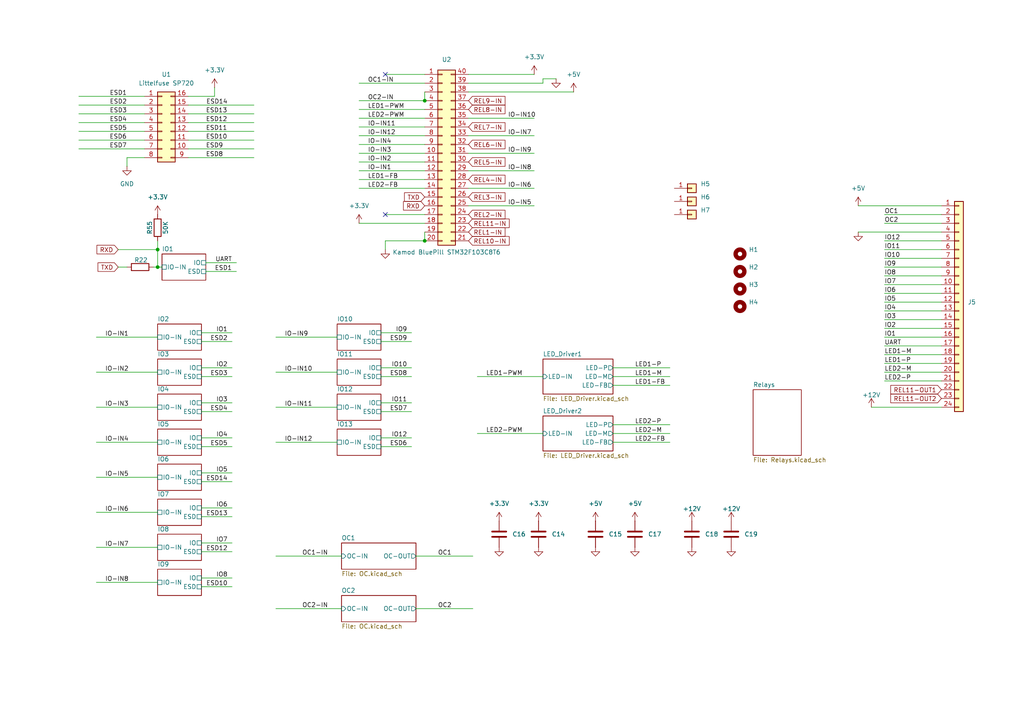
<source format=kicad_sch>
(kicad_sch (version 20250114) (generator "eeschema") (generator_version "9.0")
  (paper "A4")
  (lib_symbols
    (symbol "Connector_Generic:Conn_01x01" (pin_names (offset 1.016) (hide yes))
      (property "Reference" "J" (at 0 2.54 0))
      (property "Value" "Conn_01x01" (at 0 -2.54 0))
      (symbol "Conn_01x01_1_1"
        (rectangle (start -1.27 1.27) (end 1.27 -1.27) (stroke (width 0.254)) (fill (type background)))
        (rectangle (start -1.27 0.127) (end 0 -0.127) (stroke (width 0.1524)))
        (pin passive line (at -5.08 0 0) (length 3.81) (name "Pin_1") (number "1"))
      )
    )
    (symbol "Connector_Generic:Conn_01x24" (pin_names (offset 1.016) (hide yes))
      (property "Reference" "J" (at 0 30.48 0))
      (property "Value" "Conn_01x24" (at 0 -33.02 0))
      (symbol "Conn_01x24_1_1"
        (rectangle (start -1.27 29.21) (end 1.27 -31.75) (stroke (width 0.254)) (fill (type background)))
        (rectangle (start -1.27 28.067) (end 0 27.813) (stroke (width 0.1524)))
        (rectangle (start -1.27 25.527) (end 0 25.273) (stroke (width 0.1524)))
        (rectangle (start -1.27 22.987) (end 0 22.733) (stroke (width 0.1524)))
        (rectangle (start -1.27 20.447) (end 0 20.193) (stroke (width 0.1524)))
        (rectangle (start -1.27 17.907) (end 0 17.653) (stroke (width 0.1524)))
        (rectangle (start -1.27 15.367) (end 0 15.113) (stroke (width 0.1524)))
        (rectangle (start -1.27 12.827) (end 0 12.573) (stroke (width 0.1524)))
        (rectangle (start -1.27 10.287) (end 0 10.033) (stroke (width 0.1524)))
        (rectangle (start -1.27 7.747) (end 0 7.493) (stroke (width 0.1524)))
        (rectangle (start -1.27 5.207) (end 0 4.953) (stroke (width 0.1524)))
        (rectangle (start -1.27 2.667) (end 0 2.413) (stroke (width 0.1524)))
        (rectangle (start -1.27 0.127) (end 0 -0.127) (stroke (width 0.1524)))
        (rectangle (start -1.27 -2.413) (end 0 -2.667) (stroke (width 0.1524)))
        (rectangle (start -1.27 -4.953) (end 0 -5.207) (stroke (width 0.1524)))
        (rectangle (start -1.27 -7.493) (end 0 -7.747) (stroke (width 0.1524)))
        (rectangle (start -1.27 -10.033) (end 0 -10.287) (stroke (width 0.1524)))
        (rectangle (start -1.27 -12.573) (end 0 -12.827) (stroke (width 0.1524)))
        (rectangle (start -1.27 -15.113) (end 0 -15.367) (stroke (width 0.1524)))
        (rectangle (start -1.27 -17.653) (end 0 -17.907) (stroke (width 0.1524)))
        (rectangle (start -1.27 -20.193) (end 0 -20.447) (stroke (width 0.1524)))
        (rectangle (start -1.27 -22.733) (end 0 -22.987) (stroke (width 0.1524)))
        (rectangle (start -1.27 -25.273) (end 0 -25.527) (stroke (width 0.1524)))
        (rectangle (start -1.27 -27.813) (end 0 -28.067) (stroke (width 0.1524)))
        (rectangle (start -1.27 -30.353) (end 0 -30.607) (stroke (width 0.1524)))
        (pin passive line (at -5.08 27.94 0) (length 3.81) (name "Pin_1") (number "1"))
        (pin passive line (at -5.08 25.4 0) (length 3.81) (name "Pin_2") (number "2"))
        (pin passive line (at -5.08 22.86 0) (length 3.81) (name "Pin_3") (number "3"))
        (pin passive line (at -5.08 20.32 0) (length 3.81) (name "Pin_4") (number "4"))
        (pin passive line (at -5.08 17.78 0) (length 3.81) (name "Pin_5") (number "5"))
        (pin passive line (at -5.08 15.24 0) (length 3.81) (name "Pin_6") (number "6"))
        (pin passive line (at -5.08 12.7 0) (length 3.81) (name "Pin_7") (number "7"))
        (pin passive line (at -5.08 10.16 0) (length 3.81) (name "Pin_8") (number "8"))
        (pin passive line (at -5.08 7.62 0) (length 3.81) (name "Pin_9") (number "9"))
        (pin passive line (at -5.08 5.08 0) (length 3.81) (name "Pin_10") (number "10"))
        (pin passive line (at -5.08 2.54 0) (length 3.81) (name "Pin_11") (number "11"))
        (pin passive line (at -5.08 0 0) (length 3.81) (name "Pin_12") (number "12"))
        (pin passive line (at -5.08 -2.54 0) (length 3.81) (name "Pin_13") (number "13"))
        (pin passive line (at -5.08 -5.08 0) (length 3.81) (name "Pin_14") (number "14"))
        (pin passive line (at -5.08 -7.62 0) (length 3.81) (name "Pin_15") (number "15"))
        (pin passive line (at -5.08 -10.16 0) (length 3.81) (name "Pin_16") (number "16"))
        (pin passive line (at -5.08 -12.7 0) (length 3.81) (name "Pin_17") (number "17"))
        (pin passive line (at -5.08 -15.24 0) (length 3.81) (name "Pin_18") (number "18"))
        (pin passive line (at -5.08 -17.78 0) (length 3.81) (name "Pin_19") (number "19"))
        (pin passive line (at -5.08 -20.32 0) (length 3.81) (name "Pin_20") (number "20"))
        (pin passive line (at -5.08 -22.86 0) (length 3.81) (name "Pin_21") (number "21"))
        (pin passive line (at -5.08 -25.4 0) (length 3.81) (name "Pin_22") (number "22"))
        (pin passive line (at -5.08 -27.94 0) (length 3.81) (name "Pin_23") (number "23"))
        (pin passive line (at -5.08 -30.48 0) (length 3.81) (name "Pin_24") (number "24"))
      )
    )
    (symbol "Connector_Generic:Conn_02x08_Counter_Clockwise" (pin_names (offset 1.016) (hide yes))
      (property "Reference" "J" (at 1.27 10.16 0))
      (property "Value" "Conn_02x08_Counter_Clockwise" (at 1.27 -12.7 0))
      (symbol "Conn_02x08_Counter_Clockwise_1_1"
        (rectangle (start -1.27 8.89) (end 3.81 -11.43) (stroke (width 0.254)) (fill (type background)))
        (rectangle (start -1.27 7.747) (end 0 7.493) (stroke (width 0.1524)))
        (rectangle (start -1.27 5.207) (end 0 4.953) (stroke (width 0.1524)))
        (rectangle (start -1.27 2.667) (end 0 2.413) (stroke (width 0.1524)))
        (rectangle (start -1.27 0.127) (end 0 -0.127) (stroke (width 0.1524)))
        (rectangle (start -1.27 -2.413) (end 0 -2.667) (stroke (width 0.1524)))
        (rectangle (start -1.27 -4.953) (end 0 -5.207) (stroke (width 0.1524)))
        (rectangle (start -1.27 -7.493) (end 0 -7.747) (stroke (width 0.1524)))
        (rectangle (start -1.27 -10.033) (end 0 -10.287) (stroke (width 0.1524)))
        (rectangle (start 3.81 7.747) (end 2.54 7.493) (stroke (width 0.1524)))
        (rectangle (start 3.81 5.207) (end 2.54 4.953) (stroke (width 0.1524)))
        (rectangle (start 3.81 2.667) (end 2.54 2.413) (stroke (width 0.1524)))
        (rectangle (start 3.81 0.127) (end 2.54 -0.127) (stroke (width 0.1524)))
        (rectangle (start 3.81 -2.413) (end 2.54 -2.667) (stroke (width 0.1524)))
        (rectangle (start 3.81 -4.953) (end 2.54 -5.207) (stroke (width 0.1524)))
        (rectangle (start 3.81 -7.493) (end 2.54 -7.747) (stroke (width 0.1524)))
        (rectangle (start 3.81 -10.033) (end 2.54 -10.287) (stroke (width 0.1524)))
        (pin passive line (at -5.08 7.62 0) (length 3.81) (name "Pin_1") (number "1"))
        (pin passive line (at -5.08 5.08 0) (length 3.81) (name "Pin_2") (number "2"))
        (pin passive line (at -5.08 2.54 0) (length 3.81) (name "Pin_3") (number "3"))
        (pin passive line (at -5.08 0 0) (length 3.81) (name "Pin_4") (number "4"))
        (pin passive line (at -5.08 -2.54 0) (length 3.81) (name "Pin_5") (number "5"))
        (pin passive line (at -5.08 -5.08 0) (length 3.81) (name "Pin_6") (number "6"))
        (pin passive line (at -5.08 -7.62 0) (length 3.81) (name "Pin_7") (number "7"))
        (pin passive line (at -5.08 -10.16 0) (length 3.81) (name "Pin_8") (number "8"))
        (pin passive line (at 7.62 7.62 180) (length 3.81) (name "Pin_16") (number "16"))
        (pin passive line (at 7.62 5.08 180) (length 3.81) (name "Pin_15") (number "15"))
        (pin passive line (at 7.62 2.54 180) (length 3.81) (name "Pin_14") (number "14"))
        (pin passive line (at 7.62 0 180) (length 3.81) (name "Pin_13") (number "13"))
        (pin passive line (at 7.62 -2.54 180) (length 3.81) (name "Pin_12") (number "12"))
        (pin passive line (at 7.62 -5.08 180) (length 3.81) (name "Pin_11") (number "11"))
        (pin passive line (at 7.62 -7.62 180) (length 3.81) (name "Pin_10") (number "10"))
        (pin passive line (at 7.62 -10.16 180) (length 3.81) (name "Pin_9") (number "9"))
      )
    )
    (symbol "Connector_Generic:Conn_02x20_Counter_Clockwise" (pin_names (offset 1.016) (hide yes))
      (property "Reference" "J" (at 1.27 25.4 0))
      (property "Value" "Conn_02x20_Counter_Clockwise" (at 1.27 -27.94 0))
      (symbol "Conn_02x20_Counter_Clockwise_1_1"
        (rectangle (start -1.27 24.13) (end 3.81 -26.67) (stroke (width 0.254)) (fill (type background)))
        (rectangle (start -1.27 22.987) (end 0 22.733) (stroke (width 0.1524)))
        (rectangle (start -1.27 20.447) (end 0 20.193) (stroke (width 0.1524)))
        (rectangle (start -1.27 17.907) (end 0 17.653) (stroke (width 0.1524)))
        (rectangle (start -1.27 15.367) (end 0 15.113) (stroke (width 0.1524)))
        (rectangle (start -1.27 12.827) (end 0 12.573) (stroke (width 0.1524)))
        (rectangle (start -1.27 10.287) (end 0 10.033) (stroke (width 0.1524)))
        (rectangle (start -1.27 7.747) (end 0 7.493) (stroke (width 0.1524)))
        (rectangle (start -1.27 5.207) (end 0 4.953) (stroke (width 0.1524)))
        (rectangle (start -1.27 2.667) (end 0 2.413) (stroke (width 0.1524)))
        (rectangle (start -1.27 0.127) (end 0 -0.127) (stroke (width 0.1524)))
        (rectangle (start -1.27 -2.413) (end 0 -2.667) (stroke (width 0.1524)))
        (rectangle (start -1.27 -4.953) (end 0 -5.207) (stroke (width 0.1524)))
        (rectangle (start -1.27 -7.493) (end 0 -7.747) (stroke (width 0.1524)))
        (rectangle (start -1.27 -10.033) (end 0 -10.287) (stroke (width 0.1524)))
        (rectangle (start -1.27 -12.573) (end 0 -12.827) (stroke (width 0.1524)))
        (rectangle (start -1.27 -15.113) (end 0 -15.367) (stroke (width 0.1524)))
        (rectangle (start -1.27 -17.653) (end 0 -17.907) (stroke (width 0.1524)))
        (rectangle (start -1.27 -20.193) (end 0 -20.447) (stroke (width 0.1524)))
        (rectangle (start -1.27 -22.733) (end 0 -22.987) (stroke (width 0.1524)))
        (rectangle (start -1.27 -25.273) (end 0 -25.527) (stroke (width 0.1524)))
        (rectangle (start 3.81 22.987) (end 2.54 22.733) (stroke (width 0.1524)))
        (rectangle (start 3.81 20.447) (end 2.54 20.193) (stroke (width 0.1524)))
        (rectangle (start 3.81 17.907) (end 2.54 17.653) (stroke (width 0.1524)))
        (rectangle (start 3.81 15.367) (end 2.54 15.113) (stroke (width 0.1524)))
        (rectangle (start 3.81 12.827) (end 2.54 12.573) (stroke (width 0.1524)))
        (rectangle (start 3.81 10.287) (end 2.54 10.033) (stroke (width 0.1524)))
        (rectangle (start 3.81 7.747) (end 2.54 7.493) (stroke (width 0.1524)))
        (rectangle (start 3.81 5.207) (end 2.54 4.953) (stroke (width 0.1524)))
        (rectangle (start 3.81 2.667) (end 2.54 2.413) (stroke (width 0.1524)))
        (rectangle (start 3.81 0.127) (end 2.54 -0.127) (stroke (width 0.1524)))
        (rectangle (start 3.81 -2.413) (end 2.54 -2.667) (stroke (width 0.1524)))
        (rectangle (start 3.81 -4.953) (end 2.54 -5.207) (stroke (width 0.1524)))
        (rectangle (start 3.81 -7.493) (end 2.54 -7.747) (stroke (width 0.1524)))
        (rectangle (start 3.81 -10.033) (end 2.54 -10.287) (stroke (width 0.1524)))
        (rectangle (start 3.81 -12.573) (end 2.54 -12.827) (stroke (width 0.1524)))
        (rectangle (start 3.81 -15.113) (end 2.54 -15.367) (stroke (width 0.1524)))
        (rectangle (start 3.81 -17.653) (end 2.54 -17.907) (stroke (width 0.1524)))
        (rectangle (start 3.81 -20.193) (end 2.54 -20.447) (stroke (width 0.1524)))
        (rectangle (start 3.81 -22.733) (end 2.54 -22.987) (stroke (width 0.1524)))
        (rectangle (start 3.81 -25.273) (end 2.54 -25.527) (stroke (width 0.1524)))
        (pin passive line (at -5.08 22.86 0) (length 3.81) (name "Pin_1") (number "1"))
        (pin passive line (at -5.08 20.32 0) (length 3.81) (name "Pin_2") (number "2"))
        (pin passive line (at -5.08 17.78 0) (length 3.81) (name "Pin_3") (number "3"))
        (pin passive line (at -5.08 15.24 0) (length 3.81) (name "Pin_4") (number "4"))
        (pin passive line (at -5.08 12.7 0) (length 3.81) (name "Pin_5") (number "5"))
        (pin passive line (at -5.08 10.16 0) (length 3.81) (name "Pin_6") (number "6"))
        (pin passive line (at -5.08 7.62 0) (length 3.81) (name "Pin_7") (number "7"))
        (pin passive line (at -5.08 5.08 0) (length 3.81) (name "Pin_8") (number "8"))
        (pin passive line (at -5.08 2.54 0) (length 3.81) (name "Pin_9") (number "9"))
        (pin passive line (at -5.08 0 0) (length 3.81) (name "Pin_10") (number "10"))
        (pin passive line (at -5.08 -2.54 0) (length 3.81) (name "Pin_11") (number "11"))
        (pin passive line (at -5.08 -5.08 0) (length 3.81) (name "Pin_12") (number "12"))
        (pin passive line (at -5.08 -7.62 0) (length 3.81) (name "Pin_13") (number "13"))
        (pin passive line (at -5.08 -10.16 0) (length 3.81) (name "Pin_14") (number "14"))
        (pin passive line (at -5.08 -12.7 0) (length 3.81) (name "Pin_15") (number "15"))
        (pin passive line (at -5.08 -15.24 0) (length 3.81) (name "Pin_16") (number "16"))
        (pin passive line (at -5.08 -17.78 0) (length 3.81) (name "Pin_17") (number "17"))
        (pin passive line (at -5.08 -20.32 0) (length 3.81) (name "Pin_18") (number "18"))
        (pin passive line (at -5.08 -22.86 0) (length 3.81) (name "Pin_19") (number "19"))
        (pin passive line (at -5.08 -25.4 0) (length 3.81) (name "Pin_20") (number "20"))
        (pin passive line (at 7.62 22.86 180) (length 3.81) (name "Pin_40") (number "40"))
        (pin passive line (at 7.62 20.32 180) (length 3.81) (name "Pin_39") (number "39"))
        (pin passive line (at 7.62 17.78 180) (length 3.81) (name "Pin_38") (number "38"))
        (pin passive line (at 7.62 15.24 180) (length 3.81) (name "Pin_37") (number "37"))
        (pin passive line (at 7.62 12.7 180) (length 3.81) (name "Pin_36") (number "36"))
        (pin passive line (at 7.62 10.16 180) (length 3.81) (name "Pin_35") (number "35"))
        (pin passive line (at 7.62 7.62 180) (length 3.81) (name "Pin_34") (number "34"))
        (pin passive line (at 7.62 5.08 180) (length 3.81) (name "Pin_33") (number "33"))
        (pin passive line (at 7.62 2.54 180) (length 3.81) (name "Pin_32") (number "32"))
        (pin passive line (at 7.62 0 180) (length 3.81) (name "Pin_31") (number "31"))
        (pin passive line (at 7.62 -2.54 180) (length 3.81) (name "Pin_30") (number "30"))
        (pin passive line (at 7.62 -5.08 180) (length 3.81) (name "Pin_29") (number "29"))
        (pin passive line (at 7.62 -7.62 180) (length 3.81) (name "Pin_28") (number "28"))
        (pin passive line (at 7.62 -10.16 180) (length 3.81) (name "Pin_27") (number "27"))
        (pin passive line (at 7.62 -12.7 180) (length 3.81) (name "Pin_26") (number "26"))
        (pin passive line (at 7.62 -15.24 180) (length 3.81) (name "Pin_25") (number "25"))
        (pin passive line (at 7.62 -17.78 180) (length 3.81) (name "Pin_24") (number "24"))
        (pin passive line (at 7.62 -20.32 180) (length 3.81) (name "Pin_23") (number "23"))
        (pin passive line (at 7.62 -22.86 180) (length 3.81) (name "Pin_22") (number "22"))
        (pin passive line (at 7.62 -25.4 180) (length 3.81) (name "Pin_21") (number "21"))
      )
    )
    (symbol "Device:C" (pin_numbers (hide yes)) (pin_names (offset 0.254))
      (property "Reference" "C" (at 0.635 2.54 0))
      (property "Value" "C" (at 0.635 -2.54 0))
      (symbol "C_0_1"
        (polyline (pts (xy -2.032 0.762) (xy 2.032 0.762)) (stroke (width 0.508)))
        (polyline (pts (xy -2.032 -0.762) (xy 2.032 -0.762)) (stroke (width 0.508)))
      )
      (symbol "C_1_1"
        (pin passive line (at 0 3.81 270) (length 2.794) (name "~") (number "1"))
        (pin passive line (at 0 -3.81 90) (length 2.794) (name "~") (number "2"))
      )
    )
    (symbol "Device:R" (pin_numbers (hide yes)) (pin_names (offset 0))
      (property "Reference" "R" (at 2.032 0 90))
      (property "Value" "R" (at 0 0 90))
      (symbol "R_0_1"
        (rectangle (start -1.016 -2.54) (end 1.016 2.54) (stroke (width 0.254)))
      )
      (symbol "R_1_1"
        (pin passive line (at 0 3.81 270) (length 1.27) (name "~") (number "1"))
        (pin passive line (at 0 -3.81 90) (length 1.27) (name "~") (number "2"))
      )
    )
    (symbol "Mechanical:MountingHole" (pin_names (offset 1.016)) (in_bom no)
      (property "Reference" "H" (at 0 5.08 0))
      (property "Value" "MountingHole" (at 0 3.175 0))
      (symbol "MountingHole_0_1"
        (circle (center 0 0) (radius 1.27) (stroke (width 1.27)))
      )
    )
    (symbol "power:+12V" (power) (pin_numbers (hide yes)) (pin_names (offset 0) (hide yes))
      (property "Value" "+12V" (at 0 3.556 0))
      (symbol "+12V_0_1"
        (polyline (pts (xy -0.762 1.27) (xy 0 2.54)))
        (polyline (pts (xy 0 2.54) (xy 0.762 1.27)))
        (polyline (pts (xy 0 0) (xy 0 2.54)))
      )
      (symbol "+12V_1_1"
        (pin power_in line (at 0 0 90) (length 0) (name "~") (number "1"))
      )
    )
    (symbol "power:+3.3V" (power) (pin_numbers (hide yes)) (pin_names (offset 0) (hide yes))
      (property "Value" "+3.3V" (at 0 3.556 0))
      (symbol "+3.3V_0_1"
        (polyline (pts (xy -0.762 1.27) (xy 0 2.54)))
        (polyline (pts (xy 0 2.54) (xy 0.762 1.27)))
        (polyline (pts (xy 0 0) (xy 0 2.54)))
      )
      (symbol "+3.3V_1_1"
        (pin power_in line (at 0 0 90) (length 0) (name "~") (number "1"))
      )
    )
    (symbol "power:+5V" (power) (pin_numbers (hide yes)) (pin_names (offset 0) (hide yes))
      (property "Value" "+5V" (at 0 3.556 0))
      (symbol "+5V_0_1"
        (polyline (pts (xy -0.762 1.27) (xy 0 2.54)))
        (polyline (pts (xy 0 2.54) (xy 0.762 1.27)))
        (polyline (pts (xy 0 0) (xy 0 2.54)))
      )
      (symbol "+5V_1_1"
        (pin power_in line (at 0 0 90) (length 0) (name "~") (number "1"))
      )
    )
    (symbol "power:GND" (power) (pin_numbers (hide yes)) (pin_names (offset 0) (hide yes))
      (property "Value" "GND" (at 0 -3.81 0))
      (symbol "GND_0_1"
        (polyline (pts (xy 0 0) (xy 0 -1.27) (xy 1.27 -1.27) (xy 0 -2.54) (xy -1.27 -1.27) (xy 0 -1.27)))
      )
      (symbol "GND_1_1"
        (pin power_in line (at 0 0 270) (length 0) (name "~") (number "1"))
      )
    )
  )
  (junction (at 45.72 77.47))
  (junction (at 45.72 72.39))
  (junction (at 123.19 29.21))
  (junction (at 123.19 69.85))
  (no_connect (at 111.76 62.23))
  (no_connect (at 111.76 21.59))
  (wire (pts (xy 248.92 59.69) (xy 273.05 59.69)))
  (wire (pts (xy 58.42 96.52) (xy 67.31 96.52)))
  (wire (pts (xy 120.65 161.29) (xy 137.16 161.29)))
  (wire (pts (xy 27.94 138.43) (xy 45.72 138.43)))
  (wire (pts (xy 27.94 97.79) (xy 45.72 97.79)))
  (wire (pts (xy 62.23 27.94) (xy 62.23 25.4)))
  (wire (pts (xy 177.8 123.19) (xy 194.31 123.19)))
  (wire (pts (xy 80.01 107.95) (xy 97.79 107.95)))
  (wire (pts (xy 27.94 148.59) (xy 45.72 148.59)))
  (wire (pts (xy 104.14 29.21) (xy 123.19 29.21)))
  (wire (pts (xy 104.14 39.37) (xy 123.19 39.37)))
  (wire (pts (xy 157.48 24.13) (xy 135.89 24.13)))
  (wire (pts (xy 252.73 118.11) (xy 273.05 118.11)))
  (wire (pts (xy 80.01 97.79) (xy 97.79 97.79)))
  (wire (pts (xy 120.65 176.53) (xy 137.16 176.53)))
  (wire (pts (xy 157.48 22.86) (xy 157.48 24.13)))
  (wire (pts (xy 58.42 147.32) (xy 67.31 147.32)))
  (wire (pts (xy 104.14 31.75) (xy 123.19 31.75)))
  (wire (pts (xy 135.89 49.53) (xy 154.94 49.53)))
  (wire (pts (xy 256.54 102.87) (xy 273.05 102.87)))
  (wire (pts (xy 80.01 176.53) (xy 99.06 176.53)))
  (wire (pts (xy 58.42 139.7) (xy 67.31 139.7)))
  (wire (pts (xy 256.54 69.85) (xy 273.05 69.85)))
  (wire (pts (xy 256.54 87.63) (xy 273.05 87.63)))
  (wire (pts (xy 58.42 106.68) (xy 67.31 106.68)))
  (wire (pts (xy 256.54 90.17) (xy 273.05 90.17)))
  (wire (pts (xy 135.89 39.37) (xy 154.94 39.37)))
  (wire (pts (xy 256.54 105.41) (xy 273.05 105.41)))
  (wire (pts (xy 256.54 74.93) (xy 273.05 74.93)))
  (wire (pts (xy 41.91 33.02) (xy 22.86 33.02)))
  (wire (pts (xy 256.54 95.25) (xy 273.05 95.25)))
  (wire (pts (xy 135.89 59.69) (xy 154.94 59.69)))
  (wire (pts (xy 58.42 137.16) (xy 67.31 137.16)))
  (wire (pts (xy 256.54 85.09) (xy 273.05 85.09)))
  (wire (pts (xy 59.69 76.2) (xy 68.58 76.2)))
  (wire (pts (xy 41.91 45.72) (xy 36.83 45.72)))
  (wire (pts (xy 110.49 109.22) (xy 119.38 109.22)))
  (wire (pts (xy 110.49 99.06) (xy 119.38 99.06)))
  (wire (pts (xy 22.86 43.18) (xy 41.91 43.18)))
  (wire (pts (xy 104.14 44.45) (xy 123.19 44.45)))
  (wire (pts (xy 58.42 149.86) (xy 67.31 149.86)))
  (wire (pts (xy 104.14 52.07) (xy 123.19 52.07)))
  (wire (pts (xy 27.94 107.95) (xy 45.72 107.95)))
  (wire (pts (xy 111.76 21.59) (xy 123.19 21.59)))
  (wire (pts (xy 135.89 34.29) (xy 154.94 34.29)))
  (wire (pts (xy 256.54 64.77) (xy 273.05 64.77)))
  (wire (pts (xy 104.14 24.13) (xy 123.19 24.13)))
  (wire (pts (xy 256.54 72.39) (xy 273.05 72.39)))
  (wire (pts (xy 104.14 54.61) (xy 123.19 54.61)))
  (wire (pts (xy 111.76 62.23) (xy 123.19 62.23)))
  (wire (pts (xy 110.49 119.38) (xy 119.38 119.38)))
  (wire (pts (xy 177.8 109.22) (xy 194.31 109.22)))
  (wire (pts (xy 256.54 110.49) (xy 273.05 110.49)))
  (wire (pts (xy 45.72 77.47) (xy 46.99 77.47)))
  (wire (pts (xy 80.01 128.27) (xy 97.79 128.27)))
  (wire (pts (xy 256.54 80.01) (xy 273.05 80.01)))
  (wire (pts (xy 177.8 128.27) (xy 194.31 128.27)))
  (wire (pts (xy 54.61 38.1) (xy 73.66 38.1)))
  (wire (pts (xy 256.54 107.95) (xy 273.05 107.95)))
  (wire (pts (xy 104.14 34.29) (xy 123.19 34.29)))
  (wire (pts (xy 177.8 106.68) (xy 194.31 106.68)))
  (wire (pts (xy 110.49 96.52) (xy 119.38 96.52)))
  (wire (pts (xy 34.29 77.47) (xy 36.83 77.47)))
  (wire (pts (xy 45.72 72.39) (xy 45.72 77.47)))
  (wire (pts (xy 41.91 30.48) (xy 22.86 30.48)))
  (wire (pts (xy 27.94 118.11) (xy 45.72 118.11)))
  (wire (pts (xy 248.92 67.31) (xy 273.05 67.31)))
  (wire (pts (xy 73.66 30.48) (xy 54.61 30.48)))
  (wire (pts (xy 54.61 35.56) (xy 73.66 35.56)))
  (wire (pts (xy 135.89 54.61) (xy 154.94 54.61)))
  (wire (pts (xy 45.72 69.85) (xy 45.72 72.39)))
  (wire (pts (xy 256.54 82.55) (xy 273.05 82.55)))
  (wire (pts (xy 54.61 33.02) (xy 73.66 33.02)))
  (wire (pts (xy 58.42 127) (xy 67.31 127)))
  (wire (pts (xy 58.42 157.48) (xy 67.31 157.48)))
  (wire (pts (xy 41.91 27.94) (xy 22.86 27.94)))
  (wire (pts (xy 36.83 45.72) (xy 36.83 48.26)))
  (wire (pts (xy 54.61 40.64) (xy 73.66 40.64)))
  (wire (pts (xy 256.54 62.23) (xy 273.05 62.23)))
  (wire (pts (xy 110.49 129.54) (xy 119.38 129.54)))
  (wire (pts (xy 44.45 77.47) (xy 45.72 77.47)))
  (wire (pts (xy 123.19 29.21) (xy 123.19 26.67)))
  (wire (pts (xy 135.89 44.45) (xy 154.94 44.45)))
  (wire (pts (xy 104.14 64.77) (xy 123.19 64.77)))
  (wire (pts (xy 104.14 41.91) (xy 123.19 41.91)))
  (wire (pts (xy 58.42 116.84) (xy 67.31 116.84)))
  (wire (pts (xy 110.49 127) (xy 119.38 127)))
  (wire (pts (xy 22.86 40.64) (xy 41.91 40.64)))
  (wire (pts (xy 58.42 119.38) (xy 67.31 119.38)))
  (wire (pts (xy 58.42 167.64) (xy 67.31 167.64)))
  (wire (pts (xy 58.42 129.54) (xy 67.31 129.54)))
  (wire (pts (xy 80.01 161.29) (xy 99.06 161.29)))
  (wire (pts (xy 157.48 22.86) (xy 161.29 22.86)))
  (wire (pts (xy 80.01 118.11) (xy 97.79 118.11)))
  (wire (pts (xy 58.42 160.02) (xy 67.31 160.02)))
  (wire (pts (xy 54.61 27.94) (xy 62.23 27.94)))
  (wire (pts (xy 111.76 69.85) (xy 123.19 69.85)))
  (wire (pts (xy 27.94 158.75) (xy 45.72 158.75)))
  (wire (pts (xy 54.61 45.72) (xy 73.66 45.72)))
  (wire (pts (xy 104.14 36.83) (xy 123.19 36.83)))
  (wire (pts (xy 256.54 100.33) (xy 273.05 100.33)))
  (wire (pts (xy 34.29 72.39) (xy 45.72 72.39)))
  (wire (pts (xy 135.89 21.59) (xy 154.94 21.59)))
  (wire (pts (xy 177.8 125.73) (xy 194.31 125.73)))
  (wire (pts (xy 41.91 35.56) (xy 22.86 35.56)))
  (wire (pts (xy 110.49 106.68) (xy 119.38 106.68)))
  (wire (pts (xy 138.43 125.73) (xy 157.48 125.73)))
  (wire (pts (xy 41.91 38.1) (xy 22.86 38.1)))
  (wire (pts (xy 104.14 46.99) (xy 123.19 46.99)))
  (wire (pts (xy 104.14 49.53) (xy 123.19 49.53)))
  (wire (pts (xy 58.42 109.22) (xy 67.31 109.22)))
  (wire (pts (xy 27.94 128.27) (xy 45.72 128.27)))
  (wire (pts (xy 138.43 109.22) (xy 157.48 109.22)))
  (wire (pts (xy 123.19 67.31) (xy 123.19 69.85)))
  (wire (pts (xy 111.76 72.39) (xy 111.76 69.85)))
  (wire (pts (xy 256.54 97.79) (xy 273.05 97.79)))
  (wire (pts (xy 58.42 99.06) (xy 67.31 99.06)))
  (wire (pts (xy 256.54 77.47) (xy 273.05 77.47)))
  (wire (pts (xy 177.8 111.76) (xy 194.31 111.76)))
  (wire (pts (xy 135.89 26.67) (xy 166.37 26.67)))
  (wire (pts (xy 54.61 43.18) (xy 73.66 43.18)))
  (wire (pts (xy 59.69 78.74) (xy 68.58 78.74)))
  (wire (pts (xy 110.49 116.84) (xy 119.38 116.84)))
  (wire (pts (xy 27.94 168.91) (xy 45.72 168.91)))
  (wire (pts (xy 256.54 92.71) (xy 273.05 92.71)))
  (wire (pts (xy 58.42 170.18) (xy 67.31 170.18)))
  (label "IO-IN6" (at 147.32 54.61 0))
  (label "IO11" (at 118.11 116.84 180))
  (label "IO-IN2" (at 30.48 107.95 0))
  (label "ESD8" (at 59.69 45.72 0))
  (label "LED1-P" (at 184.15 106.68 0))
  (label "ESD3" (at 66.04 109.22 180))
  (label "IO9" (at 256.54 77.47 0))
  (label "IO8" (at 256.54 80.01 0))
  (label "IO2" (at 256.54 95.25 0))
  (label "IO1" (at 256.54 97.79 0))
  (label "IO11" (at 256.54 72.39 0))
  (label "IO3" (at 256.54 92.71 0))
  (label "IO7" (at 256.54 82.55 0))
  (label "IO5" (at 256.54 87.63 0))
  (label "IO6" (at 256.54 85.09 0))
  (label "IO10" (at 256.54 74.93 0))
  (label "IO4" (at 256.54 90.17 0))
  (label "IO12" (at 256.54 69.85 0))
  (label "IO-IN7" (at 147.32 39.37 0))
  (label "IO-IN2" (at 106.68 46.99 0))
  (label "IO-IN10" (at 147.32 34.29 0))
  (label "ESD7" (at 118.11 119.38 180))
  (label "LED2-PWM" (at 140.97 125.73 0))
  (label "ESD13" (at 66.04 149.86 180))
  (label "IO12" (at 118.11 127 180))
  (label "IO-IN10" (at 82.55 107.95 0))
  (label "IO6" (at 66.04 147.32 180))
  (label "OC1-IN" (at 87.63 161.29 0))
  (label "IO-IN12" (at 106.68 39.37 0))
  (label "ESD2" (at 36.83 30.48 180))
  (label "IO-IN8" (at 30.48 168.91 0))
  (label "OC2-IN" (at 106.68 29.21 0))
  (label "IO-IN3" (at 106.68 44.45 0))
  (label "OC2" (at 127 176.53 0))
  (label "ESD10" (at 66.04 170.18 180))
  (label "IO1" (at 66.04 96.52 180))
  (label "IO5" (at 66.04 137.16 180))
  (label "ESD13" (at 59.69 33.02 0))
  (label "IO-IN12" (at 82.55 128.27 0))
  (label "IO8" (at 66.04 167.64 180))
  (label "LED2-PWM" (at 106.68 34.29 0))
  (label "LED1-PWM" (at 106.68 31.75 0))
  (label "ESD9" (at 59.69 43.18 0))
  (label "ESD14" (at 66.04 139.7 180))
  (label "ESD12" (at 66.04 160.02 180))
  (label "ESD5" (at 66.04 129.54 180))
  (label "UART" (at 256.54 100.33 0))
  (label "LED1-P" (at 256.54 105.41 0))
  (label "LED1-M" (at 256.54 102.87 0))
  (label "LED2-P" (at 256.54 110.49 0))
  (label "LED2-M" (at 256.54 107.95 0))
  (label "OC1" (at 256.54 62.23 0))
  (label "OC2" (at 256.54 64.77 0))
  (label "IO-IN11" (at 82.55 118.11 0))
  (label "LED2-M" (at 184.15 125.73 0))
  (label "LED1-M" (at 184.15 109.22 0))
  (label "ESD6" (at 31.75 40.64 0))
  (label "OC2-IN" (at 87.63 176.53 0))
  (label "LED1-FB" (at 106.68 52.07 0))
  (label "IO-IN5" (at 147.32 59.69 0))
  (label "LED1-FB" (at 184.15 111.76 0))
  (label "IO-IN1" (at 106.68 49.53 0))
  (label "IO-IN1" (at 30.48 97.79 0))
  (label "ESD6" (at 118.11 129.54 180))
  (label "ESD10" (at 59.69 40.64 0))
  (label "IO7" (at 66.04 157.48 180))
  (label "LED2-FB" (at 184.15 128.27 0))
  (label "IO-IN11" (at 106.68 36.83 0))
  (label "IO-IN5" (at 30.48 138.43 0))
  (label "UART" (at 67.31 76.2 180))
  (label "IO9" (at 118.11 96.52 180))
  (label "IO-IN7" (at 30.48 158.75 0))
  (label "ESD8" (at 118.11 109.22 180))
  (label "IO-IN3" (at 30.48 118.11 0))
  (label "IO10" (at 118.11 106.68 180))
  (label "IO-IN8" (at 147.32 49.53 0))
  (label "ESD4" (at 36.83 35.56 180))
  (label "IO-IN6" (at 30.48 148.59 0))
  (label "ESD9" (at 118.11 99.06 180))
  (label "LED2-FB" (at 106.68 54.61 0))
  (label "ESD1" (at 36.83 27.94 180))
  (label "ESD3" (at 36.83 33.02 180))
  (label "ESD4" (at 66.04 119.38 180))
  (label "IO2" (at 66.04 106.68 180))
  (label "IO-IN4" (at 106.68 41.91 0))
  (label "IO-IN4" (at 30.48 128.27 0))
  (label "ESD5" (at 36.83 38.1 180))
  (label "ESD14" (at 66.04 30.48 180))
  (label "ESD11" (at 59.69 38.1 0))
  (label "IO-IN9" (at 82.55 97.79 0))
  (label "LED1-PWM" (at 140.97 109.22 0))
  (label "IO3" (at 66.04 116.84 180))
  (label "ESD7" (at 31.75 43.18 0))
  (label "OC1-IN" (at 106.68 24.13 0))
  (label "LED2-P" (at 184.15 123.19 0))
  (label "IO4" (at 66.04 127 180))
  (label "IO-IN9" (at 147.32 44.45 0))
  (label "OC1" (at 127 161.29 0))
  (label "ESD12" (at 59.69 35.56 0))
  (label "ESD1" (at 67.31 78.74 180))
  (label "ESD2" (at 66.04 99.06 180))
  (global_label "REL5-IN" (shape input) (at 135.89 46.99 0) (property "Intersheetrefs" "${INTERSHEET_REFS}" (effects (hide yes))))
  (global_label "REL4-IN" (shape input) (at 135.89 52.07 0) (property "Intersheetrefs" "${INTERSHEET_REFS}" (effects (hide yes))))
  (global_label "REL3-IN" (shape input) (at 135.89 57.15 0) (property "Intersheetrefs" "${INTERSHEET_REFS}" (effects (hide yes))))
  (global_label "REL2-IN" (shape input) (at 135.89 62.23 0) (property "Intersheetrefs" "${INTERSHEET_REFS}" (effects (hide yes))))
  (global_label "REL1-IN" (shape input) (at 135.89 67.31 0) (property "Intersheetrefs" "${INTERSHEET_REFS}" (effects (hide yes))))
  (global_label "REL8-IN" (shape input) (at 135.89 31.75 0) (property "Intersheetrefs" "${INTERSHEET_REFS}" (effects (hide yes))))
  (global_label "REL6-IN" (shape input) (at 135.89 41.91 0) (property "Intersheetrefs" "${INTERSHEET_REFS}" (effects (hide yes))))
  (global_label "REL7-IN" (shape input) (at 135.89 36.83 0) (property "Intersheetrefs" "${INTERSHEET_REFS}" (effects (hide yes))))
  (global_label "REL11-OUT2" (shape input) (at 273.05 115.57 180) (property "Intersheetrefs" "${INTERSHEET_REFS}" (effects (hide yes))))
  (global_label "REL9-IN" (shape input) (at 135.89 29.21 0) (property "Intersheetrefs" "${INTERSHEET_REFS}" (effects (hide yes))))
  (global_label "TXD" (shape input) (at 123.19 57.15 180) (property "Intersheetrefs" "${INTERSHEET_REFS}" (effects (hide yes))))
  (global_label "TXD" (shape input) (at 34.29 77.47 180) (property "Intersheetrefs" "${INTERSHEET_REFS}" (effects (hide yes))))
  (global_label "RXD" (shape input) (at 123.19 59.69 180) (property "Intersheetrefs" "${INTERSHEET_REFS}" (effects (hide yes))))
  (global_label "REL11-OUT1" (shape input) (at 273.05 113.03 180) (property "Intersheetrefs" "${INTERSHEET_REFS}" (effects (hide yes))))
  (global_label "REL10-IN" (shape input) (at 135.89 69.85 0) (property "Intersheetrefs" "${INTERSHEET_REFS}" (effects (hide yes))))
  (global_label "REL11-IN" (shape input) (at 135.89 64.77 0) (property "Intersheetrefs" "${INTERSHEET_REFS}" (effects (hide yes))))
  (global_label "RXD" (shape input) (at 34.29 72.39 180) (property "Intersheetrefs" "${INTERSHEET_REFS}" (effects (hide yes))))
  (symbol (lib_id "Mechanical:MountingHole") (at 214.63 83.82 0) (unit 1) (in_bom no)
    (property "Reference" "H3" (at 217.17 82.5499 0) (effects (justify left)))
    (property "Value" "MountingHole" (effects (hide yes)))
    (property "Footprint" "MountingHole:MountingHole_3.5mm" (effects (hide yes)))
    (property "Description" "Mounting Hole without connection" (effects (hide yes)))
  )
  (symbol (lib_id "Device:C") (at 144.78 154.94 0) (unit 1)
    (property "Reference" "C16" (at 148.59 154.9399 0) (effects (justify left)))
    (property "Value" "C" (effects (hide yes)))
    (property "Footprint" "Capacitor_SMD:C_0805_2012Metric_Pad1.18x1.45mm_HandSolder" (effects (hide yes)))
    (property "Description" "Unpolarized capacitor" (effects (hide yes)))
  )
  (symbol (lib_id "Device:C") (at 172.72 154.94 0) (unit 1)
    (property "Reference" "C15" (at 176.53 154.9399 0) (effects (justify left)))
    (property "Value" "C" (effects (hide yes)))
    (property "Footprint" "Capacitor_SMD:C_0805_2012Metric_Pad1.18x1.45mm_HandSolder" (effects (hide yes)))
    (property "Description" "Unpolarized capacitor" (effects (hide yes)))
  )
  (symbol (lib_id "Connector_Generic:Conn_02x08_Counter_Clockwise") (at 46.99 35.56 0) (unit 1)
    (property "Reference" "U1" (at 48.26 21.59 0))
    (property "Value" "Littelfuse SP720" (at 48.26 24.13 0))
    (property "Footprint" "Package_SO:SOIC-16_4.55x10.3mm_P1.27mm" (effects (hide yes)))
    (property "Description" "Generic connector, double row, 02x08, counter clockwise pin numbering scheme (similar to DIP package numbering), script generated (kicad-library-utils/schlib/autogen/connector/)" (effects (hide yes)))
  )
  (symbol (lib_id "power:+3.3V") (at 144.78 151.13 0) (unit 1)
    (property "Reference" "#PWR050" (effects (hide yes)))
    (property "Value" "+3.3V" (at 144.78 146.05 0))
    (property "Description" "Power symbol creates a global label with name \"+3.3V\"" (effects (hide yes)))
  )
  (symbol (lib_id "power:+3.3V") (at 156.21 151.13 0) (unit 1)
    (property "Reference" "#PWR047" (effects (hide yes)))
    (property "Value" "+3.3V" (at 156.21 146.05 0))
    (property "Description" "Power symbol creates a global label with name \"+3.3V\"" (effects (hide yes)))
  )
  (symbol (lib_id "Mechanical:MountingHole") (at 214.63 78.74 0) (unit 1) (in_bom no)
    (property "Reference" "H2" (at 217.17 77.4699 0) (effects (justify left)))
    (property "Value" "MountingHole" (effects (hide yes)))
    (property "Footprint" "MountingHole:MountingHole_3.5mm" (effects (hide yes)))
    (property "Description" "Mounting Hole without connection" (effects (hide yes)))
  )
  (symbol (lib_id "Connector_Generic:Conn_01x24") (at 278.13 87.63 0) (unit 1)
    (property "Reference" "J5" (at 280.67 87.6299 0) (effects (justify left)))
    (property "Value" "Conn_01x24" (effects (hide yes)))
    (property "Footprint" "Footprints:PTSA-0.5-24-2.5-Z" (effects (hide yes)))
    (property "Description" "Generic connector, single row, 01x24, script generated (kicad-library-utils/schlib/autogen/connector/)" (effects (hide yes)))
  )
  (symbol (lib_id "power:+12V") (at 200.66 151.13 0) (unit 1)
    (property "Reference" "#PWR056" (effects (hide yes)))
    (property "Value" "+12V" (at 200.66 147.574 0))
    (property "Description" "Power symbol creates a global label with name \"+12V\"" (effects (hide yes)))
  )
  (symbol (lib_id "power:GND") (at 200.66 158.75 0) (unit 1)
    (property "Reference" "#PWR055" (effects (hide yes)))
    (property "Value" "GND" (effects (hide yes)))
    (property "Description" "Power symbol creates a global label with name \"GND\" , ground" (effects (hide yes)))
  )
  (symbol (lib_id "Connector_Generic:Conn_01x01") (at 200.66 54.61 0) (unit 1)
    (property "Reference" "H5" (at 203.2 53.3399 0) (effects (justify left)))
    (property "Value" "Conn_01x01" (effects (hide yes)))
    (property "Footprint" "Footprints:stencil-holder" (effects (hide yes)))
    (property "Description" "Generic connector, single row, 01x01, script generated (kicad-library-utils/schlib/autogen/connector/)" (effects (hide yes)))
  )
  (symbol (lib_id "Connector_Generic:Conn_01x01") (at 200.66 58.42 0) (unit 1)
    (property "Reference" "H6" (at 203.2 57.1499 0) (effects (justify left)))
    (property "Value" "Conn_01x01" (effects (hide yes)))
    (property "Footprint" "Footprints:stencil-holder" (effects (hide yes)))
    (property "Description" "Generic connector, single row, 01x01, script generated (kicad-library-utils/schlib/autogen/connector/)" (effects (hide yes)))
  )
  (symbol (lib_id "Device:R") (at 40.64 77.47 90) (unit 1)
    (property "Reference" "R22" (at 40.894 75.438 90))
    (property "Value" "R" (effects (hide yes)))
    (property "Footprint" "Resistor_SMD:R_0805_2012Metric_Pad1.20x1.40mm_HandSolder" (effects (hide yes)))
    (property "Description" "Resistor" (effects (hide yes)))
  )
  (symbol (lib_id "power:+5V") (at 172.72 151.13 0) (unit 1)
    (property "Reference" "#PWR048" (effects (hide yes)))
    (property "Value" "+5V" (at 172.72 146.05 0))
    (property "Description" "Power symbol creates a global label with name \"+5V\"" (effects (hide yes)))
  )
  (symbol (lib_id "power:GND") (at 212.09 158.75 0) (unit 1)
    (property "Reference" "#PWR057" (effects (hide yes)))
    (property "Value" "GND" (effects (hide yes)))
    (property "Description" "Power symbol creates a global label with name \"GND\" , ground" (effects (hide yes)))
  )
  (symbol (lib_id "power:GND") (at 184.15 158.75 0) (unit 1)
    (property "Reference" "#PWR053" (effects (hide yes)))
    (property "Value" "GND" (effects (hide yes)))
    (property "Description" "Power symbol creates a global label with name \"GND\" , ground" (effects (hide yes)))
  )
  (symbol (lib_id "Device:C") (at 200.66 154.94 0) (unit 1)
    (property "Reference" "C18" (at 204.47 154.9399 0) (effects (justify left)))
    (property "Value" "C" (effects (hide yes)))
    (property "Footprint" "Capacitor_SMD:C_0805_2012Metric_Pad1.18x1.45mm_HandSolder" (effects (hide yes)))
    (property "Description" "Unpolarized capacitor" (effects (hide yes)))
  )
  (symbol (lib_id "power:GND") (at 161.29 22.86 0) (unit 1)
    (property "Reference" "#PWR033" (effects (hide yes)))
    (property "Value" "GND" (effects (hide yes)))
    (property "Description" "Power symbol creates a global label with name \"GND\" , ground" (effects (hide yes)))
  )
  (symbol (lib_id "Device:C") (at 184.15 154.94 0) (unit 1)
    (property "Reference" "C17" (at 187.96 154.9399 0) (effects (justify left)))
    (property "Value" "C" (effects (hide yes)))
    (property "Footprint" "Capacitor_SMD:C_0805_2012Metric_Pad1.18x1.45mm_HandSolder" (effects (hide yes)))
    (property "Description" "Unpolarized capacitor" (effects (hide yes)))
  )
  (symbol (lib_id "Device:R") (at 45.72 66.04 180) (unit 1)
    (property "Reference" "R55" (at 43.434 66.04 90))
    (property "Value" "50K" (at 48.006 66.04 90))
    (property "Footprint" "Resistor_SMD:R_0805_2012Metric_Pad1.20x1.40mm_HandSolder" (effects (hide yes)))
    (property "Description" "Resistor" (effects (hide yes)))
  )
  (symbol (lib_id "power:+12V") (at 252.73 118.11 0) (unit 1)
    (property "Reference" "#PWR026" (effects (hide yes)))
    (property "Value" "+12V" (at 252.73 114.554 0))
    (property "Description" "Power symbol creates a global label with name \"+12V\"" (effects (hide yes)))
  )
  (symbol (lib_id "power:+3.3V") (at 104.14 64.77 0) (unit 1)
    (property "Reference" "#PWR036" (effects (hide yes)))
    (property "Value" "+3.3V" (at 104.14 59.69 0))
    (property "Description" "Power symbol creates a global label with name \"+3.3V\"" (effects (hide yes)))
  )
  (symbol (lib_id "power:GND") (at 111.76 72.39 0) (unit 1)
    (property "Reference" "#PWR032" (effects (hide yes)))
    (property "Value" "GND" (effects (hide yes)))
    (property "Description" "Power symbol creates a global label with name \"GND\" , ground" (effects (hide yes)))
  )
  (symbol (lib_id "Device:C") (at 156.21 154.94 0) (unit 1)
    (property "Reference" "C14" (at 160.02 154.9399 0) (effects (justify left)))
    (property "Value" "C" (effects (hide yes)))
    (property "Footprint" "Capacitor_SMD:C_0805_2012Metric_Pad1.18x1.45mm_HandSolder" (effects (hide yes)))
    (property "Description" "Unpolarized capacitor" (effects (hide yes)))
  )
  (symbol (lib_id "power:+3.3V") (at 62.23 25.4 0) (unit 1)
    (property "Reference" "#PWR031" (effects (hide yes)))
    (property "Value" "+3.3V" (at 62.23 20.32 0))
    (property "Description" "Power symbol creates a global label with name \"+3.3V\"" (effects (hide yes)))
  )
  (symbol (lib_id "power:+5V") (at 166.37 26.67 0) (unit 1)
    (property "Reference" "#PWR035" (effects (hide yes)))
    (property "Value" "+5V" (at 166.37 21.59 0))
    (property "Description" "Power symbol creates a global label with name \"+5V\"" (effects (hide yes)))
  )
  (symbol (lib_id "power:GND") (at 144.78 158.75 0) (unit 1)
    (property "Reference" "#PWR051" (effects (hide yes)))
    (property "Value" "GND" (effects (hide yes)))
    (property "Description" "Power symbol creates a global label with name \"GND\" , ground" (effects (hide yes)))
  )
  (symbol (lib_id "power:GND") (at 172.72 158.75 0) (unit 1)
    (property "Reference" "#PWR049" (effects (hide yes)))
    (property "Value" "GND" (effects (hide yes)))
    (property "Description" "Power symbol creates a global label with name \"GND\" , ground" (effects (hide yes)))
  )
  (symbol (lib_id "power:+5V") (at 248.92 59.69 0) (unit 1)
    (property "Reference" "#PWR027" (effects (hide yes)))
    (property "Value" "+5V" (at 248.92 54.61 0))
    (property "Description" "Power symbol creates a global label with name \"+5V\"" (effects (hide yes)))
  )
  (symbol (lib_id "Connector_Generic:Conn_02x20_Counter_Clockwise") (at 128.27 44.45 0) (unit 1)
    (property "Reference" "U2" (at 129.54 17.272 0))
    (property "Value" "Kamod BluePill STM32F103C8T6" (at 129.54 73.152 0))
    (property "Footprint" "Footprints:Kamod-BluePill-STM32F103C8T6" (effects (hide yes)))
    (property "Datasheet" "https://wiki.kamamilabs.com/index.php/Kamod_BluePill_(PL)" (effects (hide yes)))
    (property "Description" "Generic connector, double row, 02x20, counter clockwise pin numbering scheme (similar to DIP package numbering), script generated (kicad-library-utils/schlib/autogen/connector/)" (effects (hide yes)))
  )
  (symbol (lib_id "Mechanical:MountingHole") (at 214.63 88.9 0) (unit 1) (in_bom no)
    (property "Reference" "H4" (at 217.17 87.6299 0) (effects (justify left)))
    (property "Value" "MountingHole" (effects (hide yes)))
    (property "Footprint" "MountingHole:MountingHole_3.5mm" (effects (hide yes)))
    (property "Description" "Mounting Hole without connection" (effects (hide yes)))
  )
  (symbol (lib_id "power:+3.3V") (at 45.72 62.23 0) (unit 1)
    (property "Reference" "#PWR070" (effects (hide yes)))
    (property "Value" "+3.3V" (at 45.72 57.15 0))
    (property "Description" "Power symbol creates a global label with name \"+3.3V\"" (effects (hide yes)))
  )
  (symbol (lib_id "power:GND") (at 156.21 158.75 0) (unit 1)
    (property "Reference" "#PWR046" (effects (hide yes)))
    (property "Value" "GND" (effects (hide yes)))
    (property "Description" "Power symbol creates a global label with name \"GND\" , ground" (effects (hide yes)))
  )
  (symbol (lib_id "Connector_Generic:Conn_01x01") (at 200.66 62.23 0) (unit 1)
    (property "Reference" "H7" (at 203.2 60.9599 0) (effects (justify left)))
    (property "Value" "Conn_01x01" (effects (hide yes)))
    (property "Footprint" "Footprints:stencil-holder" (effects (hide yes)))
    (property "Description" "Generic connector, single row, 01x01, script generated (kicad-library-utils/schlib/autogen/connector/)" (effects (hide yes)))
  )
  (symbol (lib_id "Mechanical:MountingHole") (at 214.63 73.66 0) (unit 1) (in_bom no)
    (property "Reference" "H1" (at 217.17 72.3899 0) (effects (justify left)))
    (property "Value" "MountingHole" (effects (hide yes)))
    (property "Footprint" "MountingHole:MountingHole_3.5mm" (effects (hide yes)))
    (property "Description" "Mounting Hole without connection" (effects (hide yes)))
  )
  (symbol (lib_id "Device:C") (at 212.09 154.94 0) (unit 1)
    (property "Reference" "C19" (at 215.9 154.9399 0) (effects (justify left)))
    (property "Value" "C" (effects (hide yes)))
    (property "Footprint" "Capacitor_SMD:C_0805_2012Metric_Pad1.18x1.45mm_HandSolder" (effects (hide yes)))
    (property "Description" "Unpolarized capacitor" (effects (hide yes)))
  )
  (symbol (lib_id "power:GND") (at 36.83 48.26 0) (unit 1)
    (property "Reference" "#PWR030" (effects (hide yes)))
    (property "Value" "GND" (at 36.83 53.34 0))
    (property "Description" "Power symbol creates a global label with name \"GND\" , ground" (effects (hide yes)))
  )
  (symbol (lib_id "power:GND") (at 248.92 67.31 0) (unit 1)
    (property "Reference" "#PWR028" (effects (hide yes)))
    (property "Value" "GND" (effects (hide yes)))
    (property "Description" "Power symbol creates a global label with name \"GND\" , ground" (effects (hide yes)))
  )
  (symbol (lib_id "power:+5V") (at 184.15 151.13 0) (unit 1)
    (property "Reference" "#PWR052" (effects (hide yes)))
    (property "Value" "+5V" (at 184.15 146.05 0))
    (property "Description" "Power symbol creates a global label with name \"+5V\"" (effects (hide yes)))
  )
  (symbol (lib_id "power:+12V") (at 212.09 151.13 0) (unit 1)
    (property "Reference" "#PWR054" (effects (hide yes)))
    (property "Value" "+12V" (at 212.09 147.574 0))
    (property "Description" "Power symbol creates a global label with name \"+12V\"" (effects (hide yes)))
  )
  (symbol (lib_id "power:+3.3V") (at 154.94 21.59 0) (unit 1)
    (property "Reference" "#PWR034" (effects (hide yes)))
    (property "Value" "+3.3V" (at 154.94 16.51 0))
    (property "Description" "Power symbol creates a global label with name \"+3.3V\"" (effects (hide yes)))
  )
  (sheet (at 45.72 134.62) (size 12.7 7.62) (stroke (width 0.1524))
    (property "Sheetname" "IO6" (at 45.72 133.9084 0) (effects (justify left bottom)))
    (property "Sheetfile" "IO.kicad_sch" (effects (hide yes)))
    (pin "IO" passive (at 58.42 137.16 0))
    (pin "ESD" passive (at 58.42 139.7 0))
    (pin "IO-IN" passive (at 45.72 138.43 180))
  )
  (sheet (at 45.72 144.78) (size 12.7 7.62) (stroke (width 0.1524))
    (property "Sheetname" "IO7" (at 45.72 144.0684 0) (effects (justify left bottom)))
    (property "Sheetfile" "IO.kicad_sch" (effects (hide yes)))
    (pin "IO" passive (at 58.42 147.32 0))
    (pin "ESD" passive (at 58.42 149.86 0))
    (pin "IO-IN" passive (at 45.72 148.59 180))
  )
  (sheet (at 45.72 93.98) (size 12.7 7.62) (stroke (width 0.1524))
    (property "Sheetname" "IO2" (at 45.72 93.2684 0) (effects (justify left bottom)))
    (property "Sheetfile" "IO.kicad_sch" (effects (hide yes)))
    (pin "IO" passive (at 58.42 96.52 0))
    (pin "ESD" passive (at 58.42 99.06 0))
    (pin "IO-IN" passive (at 45.72 97.79 180))
  )
  (sheet (at 97.79 114.3) (size 12.7 7.62) (stroke (width 0.1524))
    (property "Sheetname" "IO12" (at 97.79 113.5884 0) (effects (justify left bottom)))
    (property "Sheetfile" "IO.kicad_sch" (effects (hide yes)))
    (pin "IO" passive (at 110.49 116.84 0))
    (pin "ESD" passive (at 110.49 119.38 0))
    (pin "IO-IN" passive (at 97.79 118.11 180))
  )
  (sheet (at 99.06 157.48) (size 21.59 7.62) (stroke (width 0.1524))
    (property "Sheetname" "OC1" (at 99.06 156.7684 0) (effects (justify left bottom)))
    (property "Sheetfile" "OC.kicad_sch" (at 99.06 165.6846 0) (effects (justify left top)))
    (pin "OC-IN" input (at 99.06 161.29 180))
    (pin "OC-OUT" output (at 120.65 161.29 0))
  )
  (sheet (at 97.79 93.98) (size 12.7 7.62) (stroke (width 0.1524))
    (property "Sheetname" "IO10" (at 97.79 93.2684 0) (effects (justify left bottom)))
    (property "Sheetfile" "IO.kicad_sch" (effects (hide yes)))
    (pin "IO" passive (at 110.49 96.52 0))
    (pin "ESD" passive (at 110.49 99.06 0))
    (pin "IO-IN" passive (at 97.79 97.79 180))
  )
  (sheet (at 157.48 104.14) (size 20.32 10.16) (stroke (width 0.1524))
    (property "Sheetname" "LED_Driver1" (at 157.48 103.4284 0) (effects (justify left bottom)))
    (property "Sheetfile" "LED_Driver.kicad_sch" (at 157.48 114.8846 0) (effects (justify left top)))
    (pin "LED-FB" output (at 177.8 111.76 0))
    (pin "LED-IN" input (at 157.48 109.22 180))
    (pin "LED-M" output (at 177.8 109.22 0))
    (pin "LED-P" output (at 177.8 106.68 0))
  )
  (sheet (at 99.06 172.72) (size 21.59 7.62) (stroke (width 0.1524))
    (property "Sheetname" "OC2" (at 99.06 172.0084 0) (effects (justify left bottom)))
    (property "Sheetfile" "OC.kicad_sch" (at 99.06 180.9246 0) (effects (justify left top)))
    (pin "OC-IN" input (at 99.06 176.53 180))
    (pin "OC-OUT" output (at 120.65 176.53 0))
  )
  (sheet (at 97.79 124.46) (size 12.7 7.62) (stroke (width 0.1524))
    (property "Sheetname" "IO13" (at 97.79 123.7484 0) (effects (justify left bottom)))
    (property "Sheetfile" "IO.kicad_sch" (effects (hide yes)))
    (pin "IO" passive (at 110.49 127 0))
    (pin "ESD" passive (at 110.49 129.54 0))
    (pin "IO-IN" passive (at 97.79 128.27 180))
  )
  (sheet (at 218.44 113.03) (size 13.97 19.05) (stroke (width 0.1524))
    (property "Sheetname" "Relays" (at 218.44 112.3184 0) (effects (justify left bottom)))
    (property "Sheetfile" "Relays.kicad_sch" (at 218.44 132.6646 0) (effects (justify left top)))
  )
  (sheet (at 46.99 73.66) (size 12.7 7.62) (stroke (width 0.1524))
    (property "Sheetname" "IO1" (at 46.99 72.9484 0) (effects (justify left bottom)))
    (property "Sheetfile" "IO.kicad_sch" (effects (hide yes)))
    (pin "IO" passive (at 59.69 76.2 0))
    (pin "ESD" passive (at 59.69 78.74 0))
    (pin "IO-IN" passive (at 46.99 77.47 180))
  )
  (sheet (at 45.72 154.94) (size 12.7 7.62) (stroke (width 0.1524))
    (property "Sheetname" "IO8" (at 45.72 154.2284 0) (effects (justify left bottom)))
    (property "Sheetfile" "IO.kicad_sch" (effects (hide yes)))
    (pin "IO" passive (at 58.42 157.48 0))
    (pin "ESD" passive (at 58.42 160.02 0))
    (pin "IO-IN" passive (at 45.72 158.75 180))
  )
  (sheet (at 45.72 165.1) (size 12.7 7.62) (stroke (width 0.1524))
    (property "Sheetname" "IO9" (at 45.72 164.3884 0) (effects (justify left bottom)))
    (property "Sheetfile" "IO.kicad_sch" (effects (hide yes)))
    (pin "IO" passive (at 58.42 167.64 0))
    (pin "ESD" passive (at 58.42 170.18 0))
    (pin "IO-IN" passive (at 45.72 168.91 180))
  )
  (sheet (at 97.79 104.14) (size 12.7 7.62) (stroke (width 0.1524))
    (property "Sheetname" "IO11" (at 97.79 103.4284 0) (effects (justify left bottom)))
    (property "Sheetfile" "IO.kicad_sch" (effects (hide yes)))
    (pin "IO" passive (at 110.49 106.68 0))
    (pin "ESD" passive (at 110.49 109.22 0))
    (pin "IO-IN" passive (at 97.79 107.95 180))
  )
  (sheet (at 45.72 114.3) (size 12.7 7.62) (stroke (width 0.1524))
    (property "Sheetname" "IO4" (at 45.72 113.5884 0) (effects (justify left bottom)))
    (property "Sheetfile" "IO.kicad_sch" (effects (hide yes)))
    (pin "IO" passive (at 58.42 116.84 0))
    (pin "ESD" passive (at 58.42 119.38 0))
    (pin "IO-IN" passive (at 45.72 118.11 180))
  )
  (sheet (at 157.48 120.65) (size 20.32 10.16) (stroke (width 0.1524))
    (property "Sheetname" "LED_Driver2" (at 157.48 119.9384 0) (effects (justify left bottom)))
    (property "Sheetfile" "LED_Driver.kicad_sch" (at 157.48 131.3946 0) (effects (justify left top)))
    (pin "LED-FB" output (at 177.8 128.27 0))
    (pin "LED-IN" input (at 157.48 125.73 180))
    (pin "LED-M" output (at 177.8 125.73 0))
    (pin "LED-P" output (at 177.8 123.19 0))
  )
  (sheet (at 45.72 124.46) (size 12.7 7.62) (stroke (width 0.1524))
    (property "Sheetname" "IO5" (at 45.72 123.7484 0) (effects (justify left bottom)))
    (property "Sheetfile" "IO.kicad_sch" (effects (hide yes)))
    (pin "IO" passive (at 58.42 127 0))
    (pin "ESD" passive (at 58.42 129.54 0))
    (pin "IO-IN" passive (at 45.72 128.27 180))
  )
  (sheet (at 45.72 104.14) (size 12.7 7.62) (stroke (width 0.1524))
    (property "Sheetname" "IO3" (at 45.72 103.4284 0) (effects (justify left bottom)))
    (property "Sheetfile" "IO.kicad_sch" (effects (hide yes)))
    (pin "IO" passive (at 58.42 106.68 0))
    (pin "ESD" passive (at 58.42 109.22 0))
    (pin "IO-IN" passive (at 45.72 107.95 180))
  )
)
</source>
